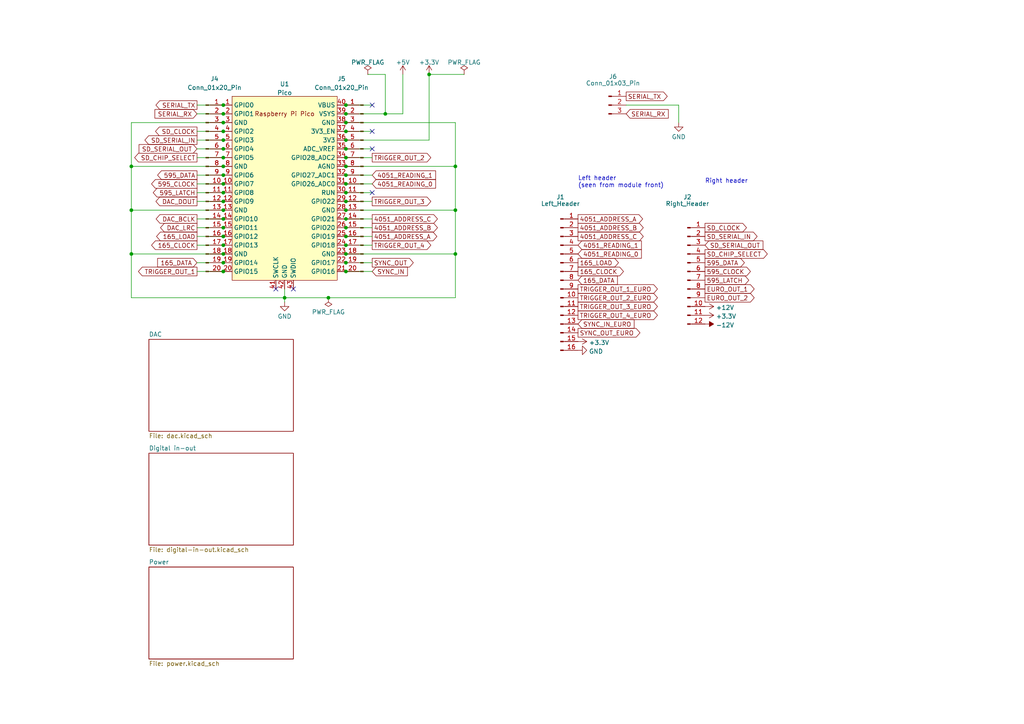
<source format=kicad_sch>
(kicad_sch (version 20230121) (generator eeschema)
  (paper "A4")
  (title_block (title "Drumkid") (rev "2.00"))
  (lib_symbols
    (symbol "Connector:Conn_01x03_Pin" (pin_names (offset 1.016) hide)
      (property "Reference" "J" (at 0 5.08 0))
      (property "Value" "Conn_01x03_Pin" (at 0 -5.08 0))
      (symbol "Conn_01x03_Pin_1_1"
        (polyline (pts (xy 1.27 -2.54) (xy 0.8636 -2.54)) (stroke (width 0.1524)))
        (polyline (pts (xy 1.27 0) (xy 0.8636 0)) (stroke (width 0.1524)))
        (polyline (pts (xy 1.27 2.54) (xy 0.8636 2.54)) (stroke (width 0.1524)))
        (rectangle (start 0.8636 -2.413) (end 0 -2.667) (stroke (width 0.1524)) (fill (type outline)))
        (rectangle (start 0.8636 0.127) (end 0 -0.127) (stroke (width 0.1524)) (fill (type outline)))
        (rectangle (start 0.8636 2.667) (end 0 2.413) (stroke (width 0.1524)) (fill (type outline)))
        (pin passive line (at 5.08 2.54 180) (length 3.81) (name "Pin_1") (number "1"))
        (pin passive line (at 5.08 0 180) (length 3.81) (name "Pin_2") (number "2"))
        (pin passive line (at 5.08 -2.54 180) (length 3.81) (name "Pin_3") (number "3"))
      )
    )
    (symbol "Connector:Conn_01x12_Pin" (pin_names (offset 1.016) hide)
      (property "Reference" "J" (at 0 15.24 0))
      (property "Value" "Conn_01x12_Pin" (at 0 -17.78 0))
      (symbol "Conn_01x12_Pin_1_1"
        (polyline (pts (xy 1.27 -15.24) (xy 0.8636 -15.24)) (stroke (width 0.1524)))
        (polyline (pts (xy 1.27 -12.7) (xy 0.8636 -12.7)) (stroke (width 0.1524)))
        (polyline (pts (xy 1.27 -10.16) (xy 0.8636 -10.16)) (stroke (width 0.1524)))
        (polyline (pts (xy 1.27 -7.62) (xy 0.8636 -7.62)) (stroke (width 0.1524)))
        (polyline (pts (xy 1.27 -5.08) (xy 0.8636 -5.08)) (stroke (width 0.1524)))
        (polyline (pts (xy 1.27 -2.54) (xy 0.8636 -2.54)) (stroke (width 0.1524)))
        (polyline (pts (xy 1.27 0) (xy 0.8636 0)) (stroke (width 0.1524)))
        (polyline (pts (xy 1.27 2.54) (xy 0.8636 2.54)) (stroke (width 0.1524)))
        (polyline (pts (xy 1.27 5.08) (xy 0.8636 5.08)) (stroke (width 0.1524)))
        (polyline (pts (xy 1.27 7.62) (xy 0.8636 7.62)) (stroke (width 0.1524)))
        (polyline (pts (xy 1.27 10.16) (xy 0.8636 10.16)) (stroke (width 0.1524)))
        (polyline (pts (xy 1.27 12.7) (xy 0.8636 12.7)) (stroke (width 0.1524)))
        (rectangle (start 0.8636 -15.113) (end 0 -15.367) (stroke (width 0.1524)) (fill (type outline)))
        (rectangle (start 0.8636 -12.573) (end 0 -12.827) (stroke (width 0.1524)) (fill (type outline)))
        (rectangle (start 0.8636 -10.033) (end 0 -10.287) (stroke (width 0.1524)) (fill (type outline)))
        (rectangle (start 0.8636 -7.493) (end 0 -7.747) (stroke (width 0.1524)) (fill (type outline)))
        (rectangle (start 0.8636 -4.953) (end 0 -5.207) (stroke (width 0.1524)) (fill (type outline)))
        (rectangle (start 0.8636 -2.413) (end 0 -2.667) (stroke (width 0.1524)) (fill (type outline)))
        (rectangle (start 0.8636 0.127) (end 0 -0.127) (stroke (width 0.1524)) (fill (type outline)))
        (rectangle (start 0.8636 2.667) (end 0 2.413) (stroke (width 0.1524)) (fill (type outline)))
        (rectangle (start 0.8636 5.207) (end 0 4.953) (stroke (width 0.1524)) (fill (type outline)))
        (rectangle (start 0.8636 7.747) (end 0 7.493) (stroke (width 0.1524)) (fill (type outline)))
        (rectangle (start 0.8636 10.287) (end 0 10.033) (stroke (width 0.1524)) (fill (type outline)))
        (rectangle (start 0.8636 12.827) (end 0 12.573) (stroke (width 0.1524)) (fill (type outline)))
        (pin passive line (at 5.08 12.7 180) (length 3.81) (name "Pin_1") (number "1"))
        (pin passive line (at 5.08 -10.16 180) (length 3.81) (name "Pin_10") (number "10"))
        (pin passive line (at 5.08 -12.7 180) (length 3.81) (name "Pin_11") (number "11"))
        (pin passive line (at 5.08 -15.24 180) (length 3.81) (name "Pin_12") (number "12"))
        (pin passive line (at 5.08 10.16 180) (length 3.81) (name "Pin_2") (number "2"))
        (pin passive line (at 5.08 7.62 180) (length 3.81) (name "Pin_3") (number "3"))
        (pin passive line (at 5.08 5.08 180) (length 3.81) (name "Pin_4") (number "4"))
        (pin passive line (at 5.08 2.54 180) (length 3.81) (name "Pin_5") (number "5"))
        (pin passive line (at 5.08 0 180) (length 3.81) (name "Pin_6") (number "6"))
        (pin passive line (at 5.08 -2.54 180) (length 3.81) (name "Pin_7") (number "7"))
        (pin passive line (at 5.08 -5.08 180) (length 3.81) (name "Pin_8") (number "8"))
        (pin passive line (at 5.08 -7.62 180) (length 3.81) (name "Pin_9") (number "9"))
      )
    )
    (symbol "Connector:Conn_01x16_Pin" (pin_names (offset 1.016) hide)
      (property "Reference" "J" (at 0 20.32 0))
      (property "Value" "Conn_01x16_Pin" (at 0 -22.86 0))
      (symbol "Conn_01x16_Pin_1_1"
        (polyline (pts (xy 1.27 -20.32) (xy 0.8636 -20.32)) (stroke (width 0.1524)))
        (polyline (pts (xy 1.27 -17.78) (xy 0.8636 -17.78)) (stroke (width 0.1524)))
        (polyline (pts (xy 1.27 -15.24) (xy 0.8636 -15.24)) (stroke (width 0.1524)))
        (polyline (pts (xy 1.27 -12.7) (xy 0.8636 -12.7)) (stroke (width 0.1524)))
        (polyline (pts (xy 1.27 -10.16) (xy 0.8636 -10.16)) (stroke (width 0.1524)))
        (polyline (pts (xy 1.27 -7.62) (xy 0.8636 -7.62)) (stroke (width 0.1524)))
        (polyline (pts (xy 1.27 -5.08) (xy 0.8636 -5.08)) (stroke (width 0.1524)))
        (polyline (pts (xy 1.27 -2.54) (xy 0.8636 -2.54)) (stroke (width 0.1524)))
        (polyline (pts (xy 1.27 0) (xy 0.8636 0)) (stroke (width 0.1524)))
        (polyline (pts (xy 1.27 2.54) (xy 0.8636 2.54)) (stroke (width 0.1524)))
        (polyline (pts (xy 1.27 5.08) (xy 0.8636 5.08)) (stroke (width 0.1524)))
        (polyline (pts (xy 1.27 7.62) (xy 0.8636 7.62)) (stroke (width 0.1524)))
        (polyline (pts (xy 1.27 10.16) (xy 0.8636 10.16)) (stroke (width 0.1524)))
        (polyline (pts (xy 1.27 12.7) (xy 0.8636 12.7)) (stroke (width 0.1524)))
        (polyline (pts (xy 1.27 15.24) (xy 0.8636 15.24)) (stroke (width 0.1524)))
        (polyline (pts (xy 1.27 17.78) (xy 0.8636 17.78)) (stroke (width 0.1524)))
        (rectangle (start 0.8636 -20.193) (end 0 -20.447) (stroke (width 0.1524)) (fill (type outline)))
        (rectangle (start 0.8636 -17.653) (end 0 -17.907) (stroke (width 0.1524)) (fill (type outline)))
        (rectangle (start 0.8636 -15.113) (end 0 -15.367) (stroke (width 0.1524)) (fill (type outline)))
        (rectangle (start 0.8636 -12.573) (end 0 -12.827) (stroke (width 0.1524)) (fill (type outline)))
        (rectangle (start 0.8636 -10.033) (end 0 -10.287) (stroke (width 0.1524)) (fill (type outline)))
        (rectangle (start 0.8636 -7.493) (end 0 -7.747) (stroke (width 0.1524)) (fill (type outline)))
        (rectangle (start 0.8636 -4.953) (end 0 -5.207) (stroke (width 0.1524)) (fill (type outline)))
        (rectangle (start 0.8636 -2.413) (end 0 -2.667) (stroke (width 0.1524)) (fill (type outline)))
        (rectangle (start 0.8636 0.127) (end 0 -0.127) (stroke (width 0.1524)) (fill (type outline)))
        (rectangle (start 0.8636 2.667) (end 0 2.413) (stroke (width 0.1524)) (fill (type outline)))
        (rectangle (start 0.8636 5.207) (end 0 4.953) (stroke (width 0.1524)) (fill (type outline)))
        (rectangle (start 0.8636 7.747) (end 0 7.493) (stroke (width 0.1524)) (fill (type outline)))
        (rectangle (start 0.8636 10.287) (end 0 10.033) (stroke (width 0.1524)) (fill (type outline)))
        (rectangle (start 0.8636 12.827) (end 0 12.573) (stroke (width 0.1524)) (fill (type outline)))
        (rectangle (start 0.8636 15.367) (end 0 15.113) (stroke (width 0.1524)) (fill (type outline)))
        (rectangle (start 0.8636 17.907) (end 0 17.653) (stroke (width 0.1524)) (fill (type outline)))
        (pin passive line (at 5.08 17.78 180) (length 3.81) (name "Pin_1") (number "1"))
        (pin passive line (at 5.08 -5.08 180) (length 3.81) (name "Pin_10") (number "10"))
        (pin passive line (at 5.08 -7.62 180) (length 3.81) (name "Pin_11") (number "11"))
        (pin passive line (at 5.08 -10.16 180) (length 3.81) (name "Pin_12") (number "12"))
        (pin passive line (at 5.08 -12.7 180) (length 3.81) (name "Pin_13") (number "13"))
        (pin passive line (at 5.08 -15.24 180) (length 3.81) (name "Pin_14") (number "14"))
        (pin passive line (at 5.08 -17.78 180) (length 3.81) (name "Pin_15") (number "15"))
        (pin passive line (at 5.08 -20.32 180) (length 3.81) (name "Pin_16") (number "16"))
        (pin passive line (at 5.08 15.24 180) (length 3.81) (name "Pin_2") (number "2"))
        (pin passive line (at 5.08 12.7 180) (length 3.81) (name "Pin_3") (number "3"))
        (pin passive line (at 5.08 10.16 180) (length 3.81) (name "Pin_4") (number "4"))
        (pin passive line (at 5.08 7.62 180) (length 3.81) (name "Pin_5") (number "5"))
        (pin passive line (at 5.08 5.08 180) (length 3.81) (name "Pin_6") (number "6"))
        (pin passive line (at 5.08 2.54 180) (length 3.81) (name "Pin_7") (number "7"))
        (pin passive line (at 5.08 0 180) (length 3.81) (name "Pin_8") (number "8"))
        (pin passive line (at 5.08 -2.54 180) (length 3.81) (name "Pin_9") (number "9"))
      )
    )
    (symbol "Connector:Conn_01x20_Pin" (pin_names (offset 1.016) hide)
      (property "Reference" "J" (at 0 25.4 0))
      (property "Value" "Conn_01x20_Pin" (at 0 -27.94 0))
      (symbol "Conn_01x20_Pin_1_1"
        (polyline (pts (xy 1.27 -25.4) (xy 0.8636 -25.4)) (stroke (width 0.1524)))
        (polyline (pts (xy 1.27 -22.86) (xy 0.8636 -22.86)) (stroke (width 0.1524)))
        (polyline (pts (xy 1.27 -20.32) (xy 0.8636 -20.32)) (stroke (width 0.1524)))
        (polyline (pts (xy 1.27 -17.78) (xy 0.8636 -17.78)) (stroke (width 0.1524)))
        (polyline (pts (xy 1.27 -15.24) (xy 0.8636 -15.24)) (stroke (width 0.1524)))
        (polyline (pts (xy 1.27 -12.7) (xy 0.8636 -12.7)) (stroke (width 0.1524)))
        (polyline (pts (xy 1.27 -10.16) (xy 0.8636 -10.16)) (stroke (width 0.1524)))
        (polyline (pts (xy 1.27 -7.62) (xy 0.8636 -7.62)) (stroke (width 0.1524)))
        (polyline (pts (xy 1.27 -5.08) (xy 0.8636 -5.08)) (stroke (width 0.1524)))
        (polyline (pts (xy 1.27 -2.54) (xy 0.8636 -2.54)) (stroke (width 0.1524)))
        (polyline (pts (xy 1.27 0) (xy 0.8636 0)) (stroke (width 0.1524)))
        (polyline (pts (xy 1.27 2.54) (xy 0.8636 2.54)) (stroke (width 0.1524)))
        (polyline (pts (xy 1.27 5.08) (xy 0.8636 5.08)) (stroke (width 0.1524)))
        (polyline (pts (xy 1.27 7.62) (xy 0.8636 7.62)) (stroke (width 0.1524)))
        (polyline (pts (xy 1.27 10.16) (xy 0.8636 10.16)) (stroke (width 0.1524)))
        (polyline (pts (xy 1.27 12.7) (xy 0.8636 12.7)) (stroke (width 0.1524)))
        (polyline (pts (xy 1.27 15.24) (xy 0.8636 15.24)) (stroke (width 0.1524)))
        (polyline (pts (xy 1.27 17.78) (xy 0.8636 17.78)) (stroke (width 0.1524)))
        (polyline (pts (xy 1.27 20.32) (xy 0.8636 20.32)) (stroke (width 0.1524)))
        (polyline (pts (xy 1.27 22.86) (xy 0.8636 22.86)) (stroke (width 0.1524)))
        (rectangle (start 0.8636 -25.273) (end 0 -25.527) (stroke (width 0.1524)) (fill (type outline)))
        (rectangle (start 0.8636 -22.733) (end 0 -22.987) (stroke (width 0.1524)) (fill (type outline)))
        (rectangle (start 0.8636 -20.193) (end 0 -20.447) (stroke (width 0.1524)) (fill (type outline)))
        (rectangle (start 0.8636 -17.653) (end 0 -17.907) (stroke (width 0.1524)) (fill (type outline)))
        (rectangle (start 0.8636 -15.113) (end 0 -15.367) (stroke (width 0.1524)) (fill (type outline)))
        (rectangle (start 0.8636 -12.573) (end 0 -12.827) (stroke (width 0.1524)) (fill (type outline)))
        (rectangle (start 0.8636 -10.033) (end 0 -10.287) (stroke (width 0.1524)) (fill (type outline)))
        (rectangle (start 0.8636 -7.493) (end 0 -7.747) (stroke (width 0.1524)) (fill (type outline)))
        (rectangle (start 0.8636 -4.953) (end 0 -5.207) (stroke (width 0.1524)) (fill (type outline)))
        (rectangle (start 0.8636 -2.413) (end 0 -2.667) (stroke (width 0.1524)) (fill (type outline)))
        (rectangle (start 0.8636 0.127) (end 0 -0.127) (stroke (width 0.1524)) (fill (type outline)))
        (rectangle (start 0.8636 2.667) (end 0 2.413) (stroke (width 0.1524)) (fill (type outline)))
        (rectangle (start 0.8636 5.207) (end 0 4.953) (stroke (width 0.1524)) (fill (type outline)))
        (rectangle (start 0.8636 7.747) (end 0 7.493) (stroke (width 0.1524)) (fill (type outline)))
        (rectangle (start 0.8636 10.287) (end 0 10.033) (stroke (width 0.1524)) (fill (type outline)))
        (rectangle (start 0.8636 12.827) (end 0 12.573) (stroke (width 0.1524)) (fill (type outline)))
        (rectangle (start 0.8636 15.367) (end 0 15.113) (stroke (width 0.1524)) (fill (type outline)))
        (rectangle (start 0.8636 17.907) (end 0 17.653) (stroke (width 0.1524)) (fill (type outline)))
        (rectangle (start 0.8636 20.447) (end 0 20.193) (stroke (width 0.1524)) (fill (type outline)))
        (rectangle (start 0.8636 22.987) (end 0 22.733) (stroke (width 0.1524)) (fill (type outline)))
        (pin passive line (at 5.08 22.86 180) (length 3.81) (name "Pin_1") (number "1"))
        (pin passive line (at 5.08 0 180) (length 3.81) (name "Pin_10") (number "10"))
        (pin passive line (at 5.08 -2.54 180) (length 3.81) (name "Pin_11") (number "11"))
        (pin passive line (at 5.08 -5.08 180) (length 3.81) (name "Pin_12") (number "12"))
        (pin passive line (at 5.08 -7.62 180) (length 3.81) (name "Pin_13") (number "13"))
        (pin passive line (at 5.08 -10.16 180) (length 3.81) (name "Pin_14") (number "14"))
        (pin passive line (at 5.08 -12.7 180) (length 3.81) (name "Pin_15") (number "15"))
        (pin passive line (at 5.08 -15.24 180) (length 3.81) (name "Pin_16") (number "16"))
        (pin passive line (at 5.08 -17.78 180) (length 3.81) (name "Pin_17") (number "17"))
        (pin passive line (at 5.08 -20.32 180) (length 3.81) (name "Pin_18") (number "18"))
        (pin passive line (at 5.08 -22.86 180) (length 3.81) (name "Pin_19") (number "19"))
        (pin passive line (at 5.08 20.32 180) (length 3.81) (name "Pin_2") (number "2"))
        (pin passive line (at 5.08 -25.4 180) (length 3.81) (name "Pin_20") (number "20"))
        (pin passive line (at 5.08 17.78 180) (length 3.81) (name "Pin_3") (number "3"))
        (pin passive line (at 5.08 15.24 180) (length 3.81) (name "Pin_4") (number "4"))
        (pin passive line (at 5.08 12.7 180) (length 3.81) (name "Pin_5") (number "5"))
        (pin passive line (at 5.08 10.16 180) (length 3.81) (name "Pin_6") (number "6"))
        (pin passive line (at 5.08 7.62 180) (length 3.81) (name "Pin_7") (number "7"))
        (pin passive line (at 5.08 5.08 180) (length 3.81) (name "Pin_8") (number "8"))
        (pin passive line (at 5.08 2.54 180) (length 3.81) (name "Pin_9") (number "9"))
      )
    )
    (symbol "MCU_RaspberryPi_and_Boards:Pico"
      (property "Reference" "U" (at -13.97 27.94 0))
      (property "Value" "Pico" (at 0 19.05 0))
      (symbol "Pico_0_0"
        (text "Raspberry Pi Pico" (at 0 21.59 0) (effects (font (size 1.27 1.27))))
      )
      (symbol "Pico_0_1"
        (rectangle (start -15.24 26.67) (end 15.24 -26.67) (fill (type background)))
      )
      (symbol "Pico_1_1"
        (pin bidirectional line (at -17.78 24.13 0) (length 2.54) (name "GPIO0") (number "1"))
        (pin bidirectional line (at -17.78 1.27 0) (length 2.54) (name "GPIO7") (number "10"))
        (pin bidirectional line (at -17.78 -1.27 0) (length 2.54) (name "GPIO8") (number "11"))
        (pin bidirectional line (at -17.78 -3.81 0) (length 2.54) (name "GPIO9") (number "12"))
        (pin power_in line (at -17.78 -6.35 0) (length 2.54) (name "GND") (number "13"))
        (pin bidirectional line (at -17.78 -8.89 0) (length 2.54) (name "GPIO10") (number "14"))
        (pin bidirectional line (at -17.78 -11.43 0) (length 2.54) (name "GPIO11") (number "15"))
        (pin bidirectional line (at -17.78 -13.97 0) (length 2.54) (name "GPIO12") (number "16"))
        (pin bidirectional line (at -17.78 -16.51 0) (length 2.54) (name "GPIO13") (number "17"))
        (pin power_in line (at -17.78 -19.05 0) (length 2.54) (name "GND") (number "18"))
        (pin bidirectional line (at -17.78 -21.59 0) (length 2.54) (name "GPIO14") (number "19"))
        (pin bidirectional line (at -17.78 21.59 0) (length 2.54) (name "GPIO1") (number "2"))
        (pin bidirectional line (at -17.78 -24.13 0) (length 2.54) (name "GPIO15") (number "20"))
        (pin bidirectional line (at 17.78 -24.13 180) (length 2.54) (name "GPIO16") (number "21"))
        (pin bidirectional line (at 17.78 -21.59 180) (length 2.54) (name "GPIO17") (number "22"))
        (pin power_in line (at 17.78 -19.05 180) (length 2.54) (name "GND") (number "23"))
        (pin bidirectional line (at 17.78 -16.51 180) (length 2.54) (name "GPIO18") (number "24"))
        (pin bidirectional line (at 17.78 -13.97 180) (length 2.54) (name "GPIO19") (number "25"))
        (pin bidirectional line (at 17.78 -11.43 180) (length 2.54) (name "GPIO20") (number "26"))
        (pin bidirectional line (at 17.78 -8.89 180) (length 2.54) (name "GPIO21") (number "27"))
        (pin power_in line (at 17.78 -6.35 180) (length 2.54) (name "GND") (number "28"))
        (pin bidirectional line (at 17.78 -3.81 180) (length 2.54) (name "GPIO22") (number "29"))
        (pin power_in line (at -17.78 19.05 0) (length 2.54) (name "GND") (number "3"))
        (pin input line (at 17.78 -1.27 180) (length 2.54) (name "RUN") (number "30"))
        (pin bidirectional line (at 17.78 1.27 180) (length 2.54) (name "GPIO26_ADC0") (number "31"))
        (pin bidirectional line (at 17.78 3.81 180) (length 2.54) (name "GPIO27_ADC1") (number "32"))
        (pin power_in line (at 17.78 6.35 180) (length 2.54) (name "AGND") (number "33"))
        (pin bidirectional line (at 17.78 8.89 180) (length 2.54) (name "GPIO28_ADC2") (number "34"))
        (pin power_in line (at 17.78 11.43 180) (length 2.54) (name "ADC_VREF") (number "35"))
        (pin power_in line (at 17.78 13.97 180) (length 2.54) (name "3V3") (number "36"))
        (pin input line (at 17.78 16.51 180) (length 2.54) (name "3V3_EN") (number "37"))
        (pin bidirectional line (at 17.78 19.05 180) (length 2.54) (name "GND") (number "38"))
        (pin power_in line (at 17.78 21.59 180) (length 2.54) (name "VSYS") (number "39"))
        (pin bidirectional line (at -17.78 16.51 0) (length 2.54) (name "GPIO2") (number "4"))
        (pin power_in line (at 17.78 24.13 180) (length 2.54) (name "VBUS") (number "40"))
        (pin input line (at -2.54 -29.21 90) (length 2.54) (name "SWCLK") (number "41"))
        (pin power_in line (at 0 -29.21 90) (length 2.54) (name "GND") (number "42"))
        (pin bidirectional line (at 2.54 -29.21 90) (length 2.54) (name "SWDIO") (number "43"))
        (pin bidirectional line (at -17.78 13.97 0) (length 2.54) (name "GPIO3") (number "5"))
        (pin bidirectional line (at -17.78 11.43 0) (length 2.54) (name "GPIO4") (number "6"))
        (pin bidirectional line (at -17.78 8.89 0) (length 2.54) (name "GPIO5") (number "7"))
        (pin power_in line (at -17.78 6.35 0) (length 2.54) (name "GND") (number "8"))
        (pin bidirectional line (at -17.78 3.81 0) (length 2.54) (name "GPIO6") (number "9"))
      )
    )
    (symbol "power:+12V" (power) (pin_names (offset 0))
      (property "Value" "+12V" (at 0 3.556 0))
      (symbol "+12V_0_1"
        (polyline (pts (xy -0.762 1.27) (xy 0 2.54)))
        (polyline (pts (xy 0 0) (xy 0 2.54)))
        (polyline (pts (xy 0 2.54) (xy 0.762 1.27)))
      )
      (symbol "+12V_1_1"
        (pin power_in line (at 0 0 90) (length 0) hide (name "+12V") (number "1"))
      )
    )
    (symbol "power:+3.3V" (power) (pin_names (offset 0))
      (property "Value" "+3.3V" (at 0 3.556 0))
      (symbol "+3.3V_0_1"
        (polyline (pts (xy -0.762 1.27) (xy 0 2.54)))
        (polyline (pts (xy 0 0) (xy 0 2.54)))
        (polyline (pts (xy 0 2.54) (xy 0.762 1.27)))
      )
      (symbol "+3.3V_1_1"
        (pin power_in line (at 0 0 90) (length 0) hide (name "+3.3V") (number "1"))
      )
    )
    (symbol "power:+5V" (power) (pin_names (offset 0))
      (property "Value" "+5V" (at 0 3.556 0))
      (symbol "+5V_0_1"
        (polyline (pts (xy -0.762 1.27) (xy 0 2.54)))
        (polyline (pts (xy 0 0) (xy 0 2.54)))
        (polyline (pts (xy 0 2.54) (xy 0.762 1.27)))
      )
      (symbol "+5V_1_1"
        (pin power_in line (at 0 0 90) (length 0) hide (name "+5V") (number "1"))
      )
    )
    (symbol "power:-12V" (power) (pin_names (offset 0))
      (property "Value" "-12V" (at 0 3.81 0))
      (symbol "-12V_0_0"
        (pin power_in line (at 0 0 90) (length 0) hide (name "-12V") (number "1"))
      )
      (symbol "-12V_0_1"
        (polyline (pts (xy 0 0) (xy 0 1.27) (xy 0.762 1.27) (xy 0 2.54) (xy -0.762 1.27) (xy 0 1.27)) (fill (type outline)))
      )
    )
    (symbol "power:GND" (power) (pin_names (offset 0))
      (property "Value" "GND" (at 0 -3.81 0))
      (symbol "GND_0_1"
        (polyline (pts (xy 0 0) (xy 0 -1.27) (xy 1.27 -1.27) (xy 0 -2.54) (xy -1.27 -1.27) (xy 0 -1.27)))
      )
      (symbol "GND_1_1"
        (pin power_in line (at 0 0 270) (length 0) hide (name "GND") (number "1"))
      )
    )
    (symbol "power:PWR_FLAG" (power) (pin_numbers hide) (pin_names (offset 0) hide)
      (property "Value" "PWR_FLAG" (at 0 3.81 0))
      (symbol "PWR_FLAG_0_0"
        (pin power_out line (at 0 0 90) (length 0) (name "pwr") (number "1"))
      )
      (symbol "PWR_FLAG_0_1"
        (polyline (pts (xy 0 0) (xy 0 1.27) (xy -1.016 1.905) (xy 0 2.54) (xy 1.016 1.905) (xy 0 1.27)))
      )
    )
  )
  (junction (at 100.33 40.64))
  (junction (at 100.33 33.02))
  (junction (at 100.33 63.5))
  (junction (at 64.77 43.18))
  (junction (at 100.33 78.74))
  (junction (at 64.77 48.26))
  (junction (at 38.1 48.26))
  (junction (at 132.08 48.26))
  (junction (at 100.33 73.66))
  (junction (at 64.77 73.66))
  (junction (at 124.46 21.59))
  (junction (at 132.08 73.66))
  (junction (at 64.77 66.04))
  (junction (at 100.33 50.8))
  (junction (at 111.76 33.02))
  (junction (at 82.55 86.36))
  (junction (at 100.33 66.04))
  (junction (at 64.77 60.96))
  (junction (at 64.77 35.56))
  (junction (at 100.33 53.34))
  (junction (at 64.77 55.88))
  (junction (at 100.33 38.1))
  (junction (at 132.08 60.96))
  (junction (at 64.77 50.8))
  (junction (at 64.77 58.42))
  (junction (at 95.25 86.36))
  (junction (at 38.1 60.96))
  (junction (at 64.77 40.64))
  (junction (at 64.77 30.48))
  (junction (at 100.33 45.72))
  (junction (at 100.33 60.96))
  (junction (at 64.77 68.58))
  (junction (at 64.77 33.02))
  (junction (at 100.33 48.26))
  (junction (at 100.33 71.12))
  (junction (at 100.33 30.48))
  (junction (at 64.77 38.1))
  (junction (at 100.33 58.42))
  (junction (at 64.77 78.74))
  (junction (at 64.77 63.5))
  (junction (at 64.77 76.2))
  (junction (at 64.77 71.12))
  (junction (at 100.33 43.18))
  (junction (at 64.77 45.72))
  (junction (at 100.33 76.2))
  (junction (at 100.33 68.58))
  (junction (at 38.1 73.66))
  (junction (at 100.33 55.88))
  (junction (at 64.77 53.34))
  (junction (at 100.33 35.56))
  (no_connect (at 80.01 83.82))
  (no_connect (at 107.95 43.18))
  (no_connect (at 107.95 30.48))
  (no_connect (at 107.95 55.88))
  (no_connect (at 85.09 83.82))
  (no_connect (at 107.95 38.1))
  (wire (pts (xy 111.76 21.59) (xy 111.76 33.02)))
  (wire (pts (xy 57.15 58.42) (xy 64.77 58.42)))
  (wire (pts (xy 38.1 73.66) (xy 38.1 86.36)))
  (wire (pts (xy 57.15 68.58) (xy 64.77 68.58)))
  (wire (pts (xy 57.15 78.74) (xy 64.77 78.74)))
  (wire (pts (xy 82.55 86.36) (xy 95.25 86.36)))
  (wire (pts (xy 57.15 33.02) (xy 64.77 33.02)))
  (wire (pts (xy 57.15 43.18) (xy 64.77 43.18)))
  (wire (pts (xy 107.95 45.72) (xy 100.33 45.72)))
  (wire (pts (xy 124.46 21.59) (xy 134.62 21.59)))
  (wire (pts (xy 38.1 48.26) (xy 64.77 48.26)))
  (wire (pts (xy 107.95 68.58) (xy 100.33 68.58)))
  (wire (pts (xy 196.85 30.48) (xy 196.85 35.56)))
  (wire (pts (xy 107.95 30.48) (xy 100.33 30.48)))
  (wire (pts (xy 107.95 66.04) (xy 100.33 66.04)))
  (wire (pts (xy 107.95 53.34) (xy 100.33 53.34)))
  (wire (pts (xy 100.33 73.66) (xy 132.08 73.66)))
  (wire (pts (xy 107.95 58.42) (xy 100.33 58.42)))
  (wire (pts (xy 111.76 33.02) (xy 116.84 33.02)))
  (wire (pts (xy 132.08 73.66) (xy 132.08 86.36)))
  (wire (pts (xy 57.15 30.48) (xy 64.77 30.48)))
  (wire (pts (xy 57.15 38.1) (xy 64.77 38.1)))
  (wire (pts (xy 107.95 63.5) (xy 100.33 63.5)))
  (wire (pts (xy 57.15 71.12) (xy 64.77 71.12)))
  (wire (pts (xy 107.95 55.88) (xy 100.33 55.88)))
  (wire (pts (xy 57.15 63.5) (xy 64.77 63.5)))
  (wire (pts (xy 57.15 53.34) (xy 64.77 53.34)))
  (wire (pts (xy 100.33 60.96) (xy 132.08 60.96)))
  (wire (pts (xy 107.95 76.2) (xy 100.33 76.2)))
  (wire (pts (xy 107.95 50.8) (xy 100.33 50.8)))
  (wire (pts (xy 57.15 66.04) (xy 64.77 66.04)))
  (wire (pts (xy 100.33 40.64) (xy 124.46 40.64)))
  (wire (pts (xy 107.95 38.1) (xy 100.33 38.1)))
  (wire (pts (xy 38.1 73.66) (xy 64.77 73.66)))
  (wire (pts (xy 100.33 35.56) (xy 132.08 35.56)))
  (wire (pts (xy 57.15 40.64) (xy 64.77 40.64)))
  (wire (pts (xy 38.1 60.96) (xy 38.1 73.66)))
  (wire (pts (xy 57.15 45.72) (xy 64.77 45.72)))
  (wire (pts (xy 124.46 21.59) (xy 124.46 40.64)))
  (wire (pts (xy 95.25 86.36) (xy 132.08 86.36)))
  (wire (pts (xy 38.1 35.56) (xy 64.77 35.56)))
  (wire (pts (xy 82.55 86.36) (xy 82.55 87.63)))
  (wire (pts (xy 57.15 50.8) (xy 64.77 50.8)))
  (wire (pts (xy 107.95 71.12) (xy 100.33 71.12)))
  (wire (pts (xy 38.1 60.96) (xy 64.77 60.96)))
  (wire (pts (xy 181.61 30.48) (xy 196.85 30.48)))
  (wire (pts (xy 132.08 60.96) (xy 132.08 48.26)))
  (wire (pts (xy 100.33 48.26) (xy 132.08 48.26)))
  (wire (pts (xy 106.68 21.59) (xy 111.76 21.59)))
  (wire (pts (xy 82.55 86.36) (xy 38.1 86.36)))
  (wire (pts (xy 57.15 76.2) (xy 64.77 76.2)))
  (wire (pts (xy 82.55 83.82) (xy 82.55 86.36)))
  (wire (pts (xy 57.15 55.88) (xy 64.77 55.88)))
  (wire (pts (xy 132.08 73.66) (xy 132.08 60.96)))
  (wire (pts (xy 38.1 48.26) (xy 38.1 35.56)))
  (wire (pts (xy 116.84 21.59) (xy 116.84 33.02)))
  (wire (pts (xy 107.95 78.74) (xy 100.33 78.74)))
  (wire (pts (xy 100.33 33.02) (xy 111.76 33.02)))
  (wire (pts (xy 38.1 48.26) (xy 38.1 60.96)))
  (wire (pts (xy 107.95 43.18) (xy 100.33 43.18)))
  (wire (pts (xy 132.08 48.26) (xy 132.08 35.56)))
  (text "Left header\n(seen from module front)" (at 167.64 54.61 0) (effects (font (size 1.27 1.27)) (justify left bottom)))
  (text "Right header" (at 204.47 53.34 0) (effects (font (size 1.27 1.27)) (justify left bottom)))
  (global_label "165_CLOCK" (shape output) (at 57.15 71.12 180) (property "Intersheetrefs" "${INTERSHEET_REFS}" (effects hide)))
  (global_label "TRIGGER_OUT_3" (shape output) (at 107.95 58.42 0) (property "Intersheetrefs" "${INTERSHEET_REFS}" (effects hide)))
  (global_label "4051_READING_0" (shape input) (at 107.95 53.34 0) (property "Intersheetrefs" "${INTERSHEET_REFS}" (effects hide)))
  (global_label "4051_ADDRESS_C" (shape output) (at 107.95 63.5 0) (property "Intersheetrefs" "${INTERSHEET_REFS}" (effects hide)))
  (global_label "SYNC_OUT" (shape output) (at 107.95 76.2 0) (property "Intersheetrefs" "${INTERSHEET_REFS}" (effects hide)))
  (global_label "165_DATA" (shape input) (at 57.15 76.2 180) (property "Intersheetrefs" "${INTERSHEET_REFS}" (effects hide)))
  (global_label "SD_SERIAL_IN" (shape output) (at 204.47 68.58 0) (property "Intersheetrefs" "${INTERSHEET_REFS}" (effects hide)))
  (global_label "4051_ADDRESS_B" (shape output) (at 167.64 66.04 0) (property "Intersheetrefs" "${INTERSHEET_REFS}" (effects hide)))
  (global_label "SERIAL_RX" (shape input) (at 181.61 33.02 0) (property "Intersheetrefs" "${INTERSHEET_REFS}" (effects hide)))
  (global_label "EURO_OUT_1" (shape output) (at 204.47 83.82 0) (property "Intersheetrefs" "${INTERSHEET_REFS}" (effects hide)))
  (global_label "TRIGGER_OUT_1" (shape output) (at 57.15 78.74 180) (property "Intersheetrefs" "${INTERSHEET_REFS}" (effects hide)))
  (global_label "SYNC_OUT_EURO" (shape output) (at 167.64 96.52 0) (property "Intersheetrefs" "${INTERSHEET_REFS}" (effects hide)))
  (global_label "TRIGGER_OUT_1_EURO" (shape output) (at 167.64 83.82 0) (property "Intersheetrefs" "${INTERSHEET_REFS}" (effects hide)))
  (global_label "4051_ADDRESS_A" (shape output) (at 107.95 68.58 0) (property "Intersheetrefs" "${INTERSHEET_REFS}" (effects hide)))
  (global_label "SD_CHIP_SELECT" (shape output) (at 204.47 73.66 0) (property "Intersheetrefs" "${INTERSHEET_REFS}" (effects hide)))
  (global_label "TRIGGER_OUT_3_EURO" (shape output) (at 167.64 88.9 0) (property "Intersheetrefs" "${INTERSHEET_REFS}" (effects hide)))
  (global_label "DAC_DOUT" (shape output) (at 57.15 58.42 180) (property "Intersheetrefs" "${INTERSHEET_REFS}" (effects hide)))
  (global_label "TRIGGER_OUT_2" (shape output) (at 107.95 45.72 0) (property "Intersheetrefs" "${INTERSHEET_REFS}" (effects hide)))
  (global_label "4051_ADDRESS_B" (shape output) (at 107.95 66.04 0) (property "Intersheetrefs" "${INTERSHEET_REFS}" (effects hide)))
  (global_label "SERIAL_RX" (shape input) (at 57.15 33.02 180) (property "Intersheetrefs" "${INTERSHEET_REFS}" (effects hide)))
  (global_label "TRIGGER_OUT_2_EURO" (shape output) (at 167.64 86.36 0) (property "Intersheetrefs" "${INTERSHEET_REFS}" (effects hide)))
  (global_label "SYNC_IN_EURO" (shape input) (at 167.64 93.98 0) (property "Intersheetrefs" "${INTERSHEET_REFS}" (effects hide)))
  (global_label "595_DATA" (shape output) (at 204.47 76.2 0) (property "Intersheetrefs" "${INTERSHEET_REFS}" (effects hide)))
  (global_label "4051_ADDRESS_A" (shape output) (at 167.64 63.5 0) (property "Intersheetrefs" "${INTERSHEET_REFS}" (effects hide)))
  (global_label "SD_CHIP_SELECT" (shape output) (at 57.15 45.72 180) (property "Intersheetrefs" "${INTERSHEET_REFS}" (effects hide)))
  (global_label "595_DATA" (shape output) (at 57.15 50.8 180) (property "Intersheetrefs" "${INTERSHEET_REFS}" (effects hide)))
  (global_label "165_DATA" (shape input) (at 167.64 81.28 0) (property "Intersheetrefs" "${INTERSHEET_REFS}" (effects hide)))
  (global_label "165_LOAD" (shape output) (at 57.15 68.58 180) (property "Intersheetrefs" "${INTERSHEET_REFS}" (effects hide)))
  (global_label "165_CLOCK" (shape output) (at 167.64 78.74 0) (property "Intersheetrefs" "${INTERSHEET_REFS}" (effects hide)))
  (global_label "SYNC_IN" (shape input) (at 107.95 78.74 0) (property "Intersheetrefs" "${INTERSHEET_REFS}" (effects hide)))
  (global_label "4051_ADDRESS_C" (shape output) (at 167.64 68.58 0) (property "Intersheetrefs" "${INTERSHEET_REFS}" (effects hide)))
  (global_label "165_LOAD" (shape output) (at 167.64 76.2 0) (property "Intersheetrefs" "${INTERSHEET_REFS}" (effects hide)))
  (global_label "595_LATCH" (shape output) (at 57.15 55.88 180) (property "Intersheetrefs" "${INTERSHEET_REFS}" (effects hide)))
  (global_label "TRIGGER_OUT_4" (shape output) (at 107.95 71.12 0) (property "Intersheetrefs" "${INTERSHEET_REFS}" (effects hide)))
  (global_label "TRIGGER_OUT_4_EURO" (shape output) (at 167.64 91.44 0) (property "Intersheetrefs" "${INTERSHEET_REFS}" (effects hide)))
  (global_label "SD_SERIAL_OUT" (shape input) (at 57.15 43.18 180) (property "Intersheetrefs" "${INTERSHEET_REFS}" (effects hide)))
  (global_label "SD_SERIAL_IN" (shape output) (at 57.15 40.64 180) (property "Intersheetrefs" "${INTERSHEET_REFS}" (effects hide)))
  (global_label "4051_READING_0" (shape input) (at 167.64 73.66 0) (property "Intersheetrefs" "${INTERSHEET_REFS}" (effects hide)))
  (global_label "SD_CLOCK" (shape output) (at 204.47 66.04 0) (property "Intersheetrefs" "${INTERSHEET_REFS}" (effects hide)))
  (global_label "SERIAL_TX" (shape output) (at 181.61 27.94 0) (property "Intersheetrefs" "${INTERSHEET_REFS}" (effects hide)))
  (global_label "SD_CLOCK" (shape output) (at 57.15 38.1 180) (property "Intersheetrefs" "${INTERSHEET_REFS}" (effects hide)))
  (global_label "4051_READING_1" (shape input) (at 167.64 71.12 0) (property "Intersheetrefs" "${INTERSHEET_REFS}" (effects hide)))
  (global_label "595_CLOCK" (shape output) (at 57.15 53.34 180) (property "Intersheetrefs" "${INTERSHEET_REFS}" (effects hide)))
  (global_label "DAC_LRC" (shape output) (at 57.15 66.04 180) (property "Intersheetrefs" "${INTERSHEET_REFS}" (effects hide)))
  (global_label "4051_READING_1" (shape input) (at 107.95 50.8 0) (property "Intersheetrefs" "${INTERSHEET_REFS}" (effects hide)))
  (global_label "EURO_OUT_2" (shape output) (at 204.47 86.36 0) (property "Intersheetrefs" "${INTERSHEET_REFS}" (effects hide)))
  (global_label "595_LATCH" (shape output) (at 204.47 81.28 0) (property "Intersheetrefs" "${INTERSHEET_REFS}" (effects hide)))
  (global_label "DAC_BCLK" (shape output) (at 57.15 63.5 180) (property "Intersheetrefs" "${INTERSHEET_REFS}" (effects hide)))
  (global_label "595_CLOCK" (shape output) (at 204.47 78.74 0) (property "Intersheetrefs" "${INTERSHEET_REFS}" (effects hide)))
  (global_label "SD_SERIAL_OUT" (shape input) (at 204.47 71.12 0) (property "Intersheetrefs" "${INTERSHEET_REFS}" (effects hide)))
  (global_label "SERIAL_TX" (shape output) (at 57.15 30.48 180) (property "Intersheetrefs" "${INTERSHEET_REFS}" (effects hide)))
  (symbol (lib_id "Connector:Conn_01x16_Pin") (at 162.56 81.28 0) (unit 1)
    (property "Reference" "J1" (at 162.56 57.15 0))
    (property "Value" "Left_Header" (at 162.56 59.071 0))
    (property "Footprint" "Connector_PinHeader_2.54mm:PinHeader_1x16_P2.54mm_Vertical" (effects hide))
  )
  (symbol (lib_id "Connector:Conn_01x12_Pin") (at 199.39 78.74 0) (unit 1)
    (property "Reference" "J2" (at 199.39 57.15 0))
    (property "Value" "Right_Header" (at 199.39 59.071 0))
    (property "Footprint" "Connector_PinHeader_2.54mm:PinHeader_1x12_P2.54mm_Vertical" (effects hide))
  )
  (symbol (lib_id "power:-12V") (at 204.47 93.98 270) (unit 1)
    (property "Reference" "#PWR011" (effects hide))
    (property "Value" "-12V" (at 207.645 94.2968 90) (effects (justify left)))
  )
  (symbol (lib_id "power:PWR_FLAG") (at 134.62 21.59 0) (unit 1)
    (property "Reference" "#FLG03" (effects hide))
    (property "Value" "PWR_FLAG" (at 134.62 18.0881 0))
  )
  (symbol (lib_id "MCU_RaspberryPi_and_Boards:Pico") (at 82.55 54.61 0) (unit 1)
    (property "Reference" "U1" (at 82.55 24.3672 0))
    (property "Value" "Pico" (at 82.55 26.9041 0))
    (property "Footprint" "MCU_RaspberryPi_and_Boards:RPi_Pico_SMD_TH" (effects hide))
  )
  (symbol (lib_id "power:GND") (at 167.64 101.6 90) (unit 1)
    (property "Reference" "#PWR06" (effects hide))
    (property "Value" "GND" (at 170.815 101.9168 90) (effects (justify right)))
  )
  (symbol (lib_id "Connector:Conn_01x20_Pin") (at 105.41 53.34 0) (mirror y) (unit 1)
    (property "Reference" "J5" (at 99.06 22.86 0))
    (property "Value" "Conn_01x20_Pin" (at 99.06 25.4 0))
    (property "Footprint" "Connector_PinHeader_2.54mm:PinHeader_1x20_P2.54mm_Vertical" (effects hide))
  )
  (symbol (lib_id "power:+3.3V") (at 124.46 21.59 0) (unit 1)
    (property "Reference" "#PWR03" (effects hide))
    (property "Value" "+3.3V" (at 124.46 18.0881 0))
  )
  (symbol (lib_id "power:+3.3V") (at 204.47 91.44 270) (unit 1)
    (property "Reference" "#PWR09" (effects hide))
    (property "Value" "+3.3V" (at 207.645 91.7568 90) (effects (justify left)))
  )
  (symbol (lib_id "power:+12V") (at 204.47 88.9 270) (unit 1)
    (property "Reference" "#PWR08" (effects hide))
    (property "Value" "+12V" (at 207.645 89.2168 90) (effects (justify left)))
  )
  (symbol (lib_id "power:GND") (at 196.85 35.56 0) (unit 1)
    (property "Reference" "#PWR051" (effects hide))
    (property "Value" "GND" (at 196.85 39.6955 0))
  )
  (symbol (lib_id "power:PWR_FLAG") (at 106.68 21.59 0) (unit 1)
    (property "Reference" "#FLG02" (effects hide))
    (property "Value" "PWR_FLAG" (at 106.68 18.0881 0))
  )
  (symbol (lib_id "power:+3.3V") (at 167.64 99.06 270) (unit 1)
    (property "Reference" "#PWR05" (effects hide))
    (property "Value" "+3.3V" (at 170.815 99.3768 90) (effects (justify left)))
  )
  (symbol (lib_id "Connector:Conn_01x03_Pin") (at 176.53 30.48 0) (unit 1)
    (property "Reference" "J6" (at 177.8 22.209 0))
    (property "Value" "Conn_01x03_Pin" (at 177.8 24.13 0))
    (property "Footprint" "Connector_PinHeader_2.54mm:PinHeader_1x03_P2.54mm_Vertical" (effects hide))
  )
  (symbol (lib_id "power:GND") (at 82.55 87.63 0) (unit 1)
    (property "Reference" "#PWR01" (effects hide))
    (property "Value" "GND" (at 82.55 91.7655 0))
  )
  (symbol (lib_id "power:PWR_FLAG") (at 95.25 86.36 180) (unit 1)
    (property "Reference" "#FLG01" (effects hide))
    (property "Value" "PWR_FLAG" (at 95.25 90.4955 0))
  )
  (symbol (lib_id "power:+5V") (at 116.84 21.59 0) (unit 1)
    (property "Reference" "#PWR02" (effects hide))
    (property "Value" "+5V" (at 116.84 18.0881 0))
  )
  (symbol (lib_id "Connector:Conn_01x20_Pin") (at 59.69 53.34 0) (unit 1)
    (property "Reference" "J4" (at 62.23 22.86 0))
    (property "Value" "Conn_01x20_Pin" (at 62.23 25.4 0))
    (property "Footprint" "Connector_PinHeader_2.54mm:PinHeader_1x20_P2.54mm_Vertical" (effects hide))
  )
  (sheet (at 43.18 131.445) (size 41.91 26.67) (stroke (width 0.1524))
    (property "Sheetname" "Digital in-out" (at 43.18 130.7334 0) (effects (justify left bottom)))
    (property "Sheetfile" "digital-in-out.kicad_sch" (at 43.18 158.6996 0) (effects (justify left top)))
  )
  (sheet (at 43.18 98.425) (size 41.91 26.67) (stroke (width 0.1524))
    (property "Sheetname" "DAC" (at 43.18 97.7134 0) (effects (justify left bottom)))
    (property "Sheetfile" "dac.kicad_sch" (at 43.18 125.6796 0) (effects (justify left top)))
  )
  (sheet (at 43.18 164.465) (size 41.91 26.67) (stroke (width 0.1524))
    (property "Sheetname" "Power" (at 43.18 163.7534 0) (effects (justify left bottom)))
    (property "Sheetfile" "power.kicad_sch" (at 43.18 191.7196 0) (effects (justify left top)))
  )
)
</source>
